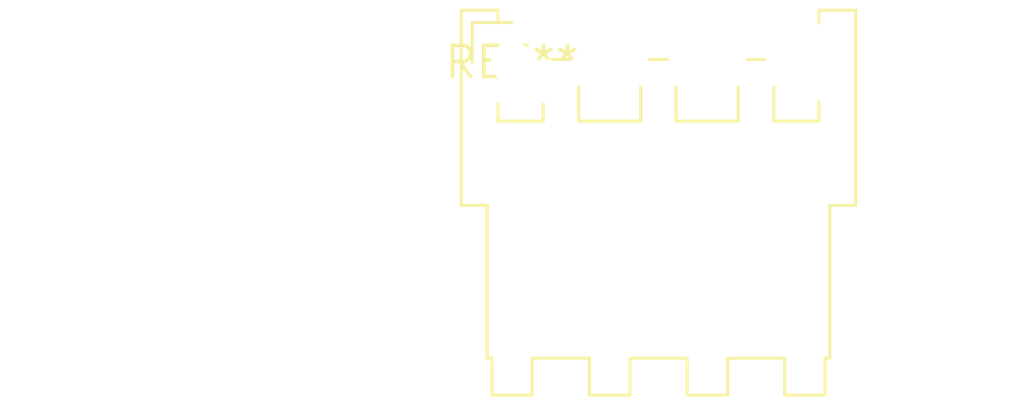
<source format=kicad_pcb>
(kicad_pcb (version 20240108) (generator pcbnew)
  (layers (0 "F.Cu" signal) (31 "B.Cu" signal) (34 "B.Paste" user) (35 "F.Paste" user) (36 "B.SilkS" user "B.Silkscreen") (37 "F.SilkS" user "F.Silkscreen") (38 "B.Mask" user) (39 "F.Mask" user) (44 "Edge.Cuts" user))
  (net 0 "")
  (footprint "JST_VH_S4P-VH_1x04_P3.96mm_Horizontal" (layer "F.Cu") (at 0 0)
    (property "Reference" "REF**")
    (property "Value" "JST_VH_S4P-VH_1x04_P3.96mm_Horizontal")
    (fp_line (start -2.06 -2.11) (end -0.57 -2.11) (layer "F.SilkS") (stroke (width 0.12)))
    (fp_line (start -2.06 5.81) (end -2.06 -2.11) (layer "F.SilkS") (stroke (width 0.12)))
    (fp_line (start -1.61 -1.61) (end -1.61 0) (layer "F.SilkS") (stroke (width 0.12)))
    (fp_line (start -1.01 5.81) (end -2.06 5.81) (layer "F.SilkS") (stroke (width 0.12)))
    (fp_line (start -1.01 5.81) (end -1.01 12.01) (layer "F.SilkS") (stroke (width 0.12)))
    (fp_line (start -1.01 12.01) (end -0.82 12.01) (layer "F.SilkS") (stroke (width 0.12)))
    (fp_line (start -0.82 12.01) (end -0.82 13.51) (layer "F.SilkS") (stroke (width 0.12)))
    (fp_line (start -0.82 13.51) (end 0.82 13.51) (layer "F.SilkS") (stroke (width 0.12)))
    (fp_line (start -0.58 2.39) (end 1.26 2.39) (layer "F.SilkS") (stroke (width 0.12)))
    (fp_line (start -0.57 -2.11) (end -0.57 -1.61) (layer "F.SilkS") (stroke (width 0.12)))
    (fp_line (start -0.57 1.7) (end -0.57 2.39) (layer "F.SilkS") (stroke (width 0.12)))
    (fp_line (start 0 -1.61) (end -1.61 -1.61) (layer "F.SilkS") (stroke (width 0.12)))
    (fp_line (start 0.82 12.01) (end 3.14 12.01) (layer "F.SilkS") (stroke (width 0.12)))
    (fp_line (start 0.82 13.51) (end 0.82 12.01) (layer "F.SilkS") (stroke (width 0.12)))
    (fp_line (start 1.26 2.39) (end 1.26 1.7) (layer "F.SilkS") (stroke (width 0.12)))
    (fp_line (start 1.61 -0.11) (end 2.35 -0.11) (layer "F.SilkS") (stroke (width 0.12)))
    (fp_line (start 2.7 1) (end 2.7 2.39) (layer "F.SilkS") (stroke (width 0.12)))
    (fp_line (start 2.7 2.39) (end 5.22 2.39) (layer "F.SilkS") (stroke (width 0.12)))
    (fp_line (start 3.14 12.01) (end 3.14 13.51) (layer "F.SilkS") (stroke (width 0.12)))
    (fp_line (start 3.14 13.51) (end 4.78 13.51) (layer "F.SilkS") (stroke (width 0.12)))
    (fp_line (start 4.78 12.01) (end 7.1 12.01) (layer "F.SilkS") (stroke (width 0.12)))
    (fp_line (start 4.78 13.51) (end 4.78 12.01) (layer "F.SilkS") (stroke (width 0.12)))
    (fp_line (start 5.22 2.39) (end 5.22 1) (layer "F.SilkS") (stroke (width 0.12)))
    (fp_line (start 5.57 -0.11) (end 6.31 -0.11) (layer "F.SilkS") (stroke (width 0.12)))
    (fp_line (start 6.66 1) (end 6.66 2.39) (layer "F.SilkS") (stroke (width 0.12)))
    (fp_line (start 6.66 2.39) (end 9.18 2.39) (layer "F.SilkS") (stroke (width 0.12)))
    (fp_line (start 7.1 12.01) (end 7.1 13.51) (layer "F.SilkS") (stroke (width 0.12)))
    (fp_line (start 7.1 13.51) (end 8.74 13.51) (layer "F.SilkS") (stroke (width 0.12)))
    (fp_line (start 8.74 12.01) (end 11.06 12.01) (layer "F.SilkS") (stroke (width 0.12)))
    (fp_line (start 8.74 13.51) (end 8.74 12.01) (layer "F.SilkS") (stroke (width 0.12)))
    (fp_line (start 9.18 2.39) (end 9.18 1) (layer "F.SilkS") (stroke (width 0.12)))
    (fp_line (start 9.53 -0.11) (end 10.27 -0.11) (layer "F.SilkS") (stroke (width 0.12)))
    (fp_line (start 10.62 1) (end 10.62 2.39) (layer "F.SilkS") (stroke (width 0.12)))
    (fp_line (start 10.62 2.39) (end 12.46 2.39) (layer "F.SilkS") (stroke (width 0.12)))
    (fp_line (start 11.06 12.01) (end 11.06 13.51) (layer "F.SilkS") (stroke (width 0.12)))
    (fp_line (start 11.06 13.51) (end 12.7 13.51) (layer "F.SilkS") (stroke (width 0.12)))
    (fp_line (start 12.45 -2.11) (end 13.94 -2.11) (layer "F.SilkS") (stroke (width 0.12)))
    (fp_line (start 12.45 -1.6) (end 12.45 -2.11) (layer "F.SilkS") (stroke (width 0.12)))
    (fp_line (start 12.45 2.39) (end 12.45 1.6) (layer "F.SilkS") (stroke (width 0.12)))
    (fp_line (start 12.7 12.01) (end 12.89 12.01) (layer "F.SilkS") (stroke (width 0.12)))
    (fp_line (start 12.7 13.51) (end 12.7 12.01) (layer "F.SilkS") (stroke (width 0.12)))
    (fp_line (start 12.89 12.01) (end 12.89 5.81) (layer "F.SilkS") (stroke (width 0.12)))
    (fp_line (start 13.94 -2.11) (end 13.94 5.81) (layer "F.SilkS") (stroke (width 0.12)))
    (fp_line (start 13.94 5.81) (end 12.89 5.81) (layer "F.SilkS") (stroke (width 0.12)))
    (pad "1" thru_hole roundrect (at 0 0) (size 2.7 2.7) (drill 1.7) (layers *.Cu *.Mask) (remove_unused_layers) (roundrect_rratio 0.092593))
    (pad "2" thru_hole circle (at 3.96 0) (size 2.7 2.7) (drill 1.7) (layers *.Cu *.Mask) (remove_unused_layers))
    (pad "3" thru_hole circle (at 7.92 0) (size 2.7 2.7) (drill 1.7) (layers *.Cu *.Mask) (remove_unused_layers))
    (pad "4" thru_hole circle (at 11.88 0) (size 2.7 2.7) (drill 1.7) (layers *.Cu *.Mask) (remove_unused_layers))
  )
)
</source>
